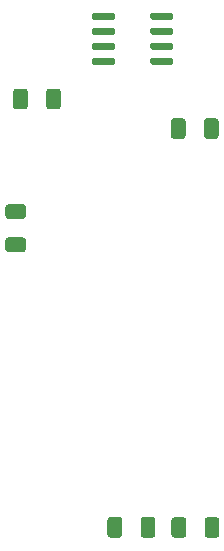
<source format=gbr>
G04 #@! TF.GenerationSoftware,KiCad,Pcbnew,5.1.8-db9833491~88~ubuntu18.04.1*
G04 #@! TF.CreationDate,2020-12-10T12:49:00+05:30*
G04 #@! TF.ProjectId,Permitme_main _sub_V1,5065726d-6974-46d6-955f-6d61696e205f,rev?*
G04 #@! TF.SameCoordinates,Original*
G04 #@! TF.FileFunction,Paste,Bot*
G04 #@! TF.FilePolarity,Positive*
%FSLAX46Y46*%
G04 Gerber Fmt 4.6, Leading zero omitted, Abs format (unit mm)*
G04 Created by KiCad (PCBNEW 5.1.8-db9833491~88~ubuntu18.04.1) date 2020-12-10 12:49:00*
%MOMM*%
%LPD*%
G01*
G04 APERTURE LIST*
G04 APERTURE END LIST*
G36*
G01*
X173305000Y-96975000D02*
X173305000Y-98225000D01*
G75*
G02*
X173055000Y-98475000I-250000J0D01*
G01*
X172305000Y-98475000D01*
G75*
G02*
X172055000Y-98225000I0J250000D01*
G01*
X172055000Y-96975000D01*
G75*
G02*
X172305000Y-96725000I250000J0D01*
G01*
X173055000Y-96725000D01*
G75*
G02*
X173305000Y-96975000I0J-250000D01*
G01*
G37*
G36*
G01*
X170505000Y-96975000D02*
X170505000Y-98225000D01*
G75*
G02*
X170255000Y-98475000I-250000J0D01*
G01*
X169505000Y-98475000D01*
G75*
G02*
X169255000Y-98225000I0J250000D01*
G01*
X169255000Y-96975000D01*
G75*
G02*
X169505000Y-96725000I250000J0D01*
G01*
X170255000Y-96725000D01*
G75*
G02*
X170505000Y-96975000I0J-250000D01*
G01*
G37*
G36*
G01*
X186719000Y-133247000D02*
X186719000Y-134497000D01*
G75*
G02*
X186469000Y-134747000I-250000J0D01*
G01*
X185719000Y-134747000D01*
G75*
G02*
X185469000Y-134497000I0J250000D01*
G01*
X185469000Y-133247000D01*
G75*
G02*
X185719000Y-132997000I250000J0D01*
G01*
X186469000Y-132997000D01*
G75*
G02*
X186719000Y-133247000I0J-250000D01*
G01*
G37*
G36*
G01*
X183919000Y-133247000D02*
X183919000Y-134497000D01*
G75*
G02*
X183669000Y-134747000I-250000J0D01*
G01*
X182919000Y-134747000D01*
G75*
G02*
X182669000Y-134497000I0J250000D01*
G01*
X182669000Y-133247000D01*
G75*
G02*
X182919000Y-132997000I250000J0D01*
G01*
X183669000Y-132997000D01*
G75*
G02*
X183919000Y-133247000I0J-250000D01*
G01*
G37*
G36*
G01*
X175925000Y-94560000D02*
X175925000Y-94260000D01*
G75*
G02*
X176075000Y-94110000I150000J0D01*
G01*
X177725000Y-94110000D01*
G75*
G02*
X177875000Y-94260000I0J-150000D01*
G01*
X177875000Y-94560000D01*
G75*
G02*
X177725000Y-94710000I-150000J0D01*
G01*
X176075000Y-94710000D01*
G75*
G02*
X175925000Y-94560000I0J150000D01*
G01*
G37*
G36*
G01*
X175925000Y-93290000D02*
X175925000Y-92990000D01*
G75*
G02*
X176075000Y-92840000I150000J0D01*
G01*
X177725000Y-92840000D01*
G75*
G02*
X177875000Y-92990000I0J-150000D01*
G01*
X177875000Y-93290000D01*
G75*
G02*
X177725000Y-93440000I-150000J0D01*
G01*
X176075000Y-93440000D01*
G75*
G02*
X175925000Y-93290000I0J150000D01*
G01*
G37*
G36*
G01*
X175925000Y-92020000D02*
X175925000Y-91720000D01*
G75*
G02*
X176075000Y-91570000I150000J0D01*
G01*
X177725000Y-91570000D01*
G75*
G02*
X177875000Y-91720000I0J-150000D01*
G01*
X177875000Y-92020000D01*
G75*
G02*
X177725000Y-92170000I-150000J0D01*
G01*
X176075000Y-92170000D01*
G75*
G02*
X175925000Y-92020000I0J150000D01*
G01*
G37*
G36*
G01*
X175925000Y-90750000D02*
X175925000Y-90450000D01*
G75*
G02*
X176075000Y-90300000I150000J0D01*
G01*
X177725000Y-90300000D01*
G75*
G02*
X177875000Y-90450000I0J-150000D01*
G01*
X177875000Y-90750000D01*
G75*
G02*
X177725000Y-90900000I-150000J0D01*
G01*
X176075000Y-90900000D01*
G75*
G02*
X175925000Y-90750000I0J150000D01*
G01*
G37*
G36*
G01*
X180875000Y-90750000D02*
X180875000Y-90450000D01*
G75*
G02*
X181025000Y-90300000I150000J0D01*
G01*
X182675000Y-90300000D01*
G75*
G02*
X182825000Y-90450000I0J-150000D01*
G01*
X182825000Y-90750000D01*
G75*
G02*
X182675000Y-90900000I-150000J0D01*
G01*
X181025000Y-90900000D01*
G75*
G02*
X180875000Y-90750000I0J150000D01*
G01*
G37*
G36*
G01*
X180875000Y-92020000D02*
X180875000Y-91720000D01*
G75*
G02*
X181025000Y-91570000I150000J0D01*
G01*
X182675000Y-91570000D01*
G75*
G02*
X182825000Y-91720000I0J-150000D01*
G01*
X182825000Y-92020000D01*
G75*
G02*
X182675000Y-92170000I-150000J0D01*
G01*
X181025000Y-92170000D01*
G75*
G02*
X180875000Y-92020000I0J150000D01*
G01*
G37*
G36*
G01*
X180875000Y-93290000D02*
X180875000Y-92990000D01*
G75*
G02*
X181025000Y-92840000I150000J0D01*
G01*
X182675000Y-92840000D01*
G75*
G02*
X182825000Y-92990000I0J-150000D01*
G01*
X182825000Y-93290000D01*
G75*
G02*
X182675000Y-93440000I-150000J0D01*
G01*
X181025000Y-93440000D01*
G75*
G02*
X180875000Y-93290000I0J150000D01*
G01*
G37*
G36*
G01*
X180875000Y-94560000D02*
X180875000Y-94260000D01*
G75*
G02*
X181025000Y-94110000I150000J0D01*
G01*
X182675000Y-94110000D01*
G75*
G02*
X182825000Y-94260000I0J-150000D01*
G01*
X182825000Y-94560000D01*
G75*
G02*
X182675000Y-94710000I-150000J0D01*
G01*
X181025000Y-94710000D01*
G75*
G02*
X180875000Y-94560000I0J150000D01*
G01*
G37*
G36*
G01*
X177249000Y-134477000D02*
X177249000Y-133227000D01*
G75*
G02*
X177499000Y-132977000I250000J0D01*
G01*
X178249000Y-132977000D01*
G75*
G02*
X178499000Y-133227000I0J-250000D01*
G01*
X178499000Y-134477000D01*
G75*
G02*
X178249000Y-134727000I-250000J0D01*
G01*
X177499000Y-134727000D01*
G75*
G02*
X177249000Y-134477000I0J250000D01*
G01*
G37*
G36*
G01*
X180049000Y-134477000D02*
X180049000Y-133227000D01*
G75*
G02*
X180299000Y-132977000I250000J0D01*
G01*
X181049000Y-132977000D01*
G75*
G02*
X181299000Y-133227000I0J-250000D01*
G01*
X181299000Y-134477000D01*
G75*
G02*
X181049000Y-134727000I-250000J0D01*
G01*
X180299000Y-134727000D01*
G75*
G02*
X180049000Y-134477000I0J250000D01*
G01*
G37*
G36*
G01*
X168855000Y-109305000D02*
X170105000Y-109305000D01*
G75*
G02*
X170355000Y-109555000I0J-250000D01*
G01*
X170355000Y-110305000D01*
G75*
G02*
X170105000Y-110555000I-250000J0D01*
G01*
X168855000Y-110555000D01*
G75*
G02*
X168605000Y-110305000I0J250000D01*
G01*
X168605000Y-109555000D01*
G75*
G02*
X168855000Y-109305000I250000J0D01*
G01*
G37*
G36*
G01*
X168855000Y-106505000D02*
X170105000Y-106505000D01*
G75*
G02*
X170355000Y-106755000I0J-250000D01*
G01*
X170355000Y-107505000D01*
G75*
G02*
X170105000Y-107755000I-250000J0D01*
G01*
X168855000Y-107755000D01*
G75*
G02*
X168605000Y-107505000I0J250000D01*
G01*
X168605000Y-106755000D01*
G75*
G02*
X168855000Y-106505000I250000J0D01*
G01*
G37*
G36*
G01*
X182615000Y-100715000D02*
X182615000Y-99465000D01*
G75*
G02*
X182865000Y-99215000I250000J0D01*
G01*
X183615000Y-99215000D01*
G75*
G02*
X183865000Y-99465000I0J-250000D01*
G01*
X183865000Y-100715000D01*
G75*
G02*
X183615000Y-100965000I-250000J0D01*
G01*
X182865000Y-100965000D01*
G75*
G02*
X182615000Y-100715000I0J250000D01*
G01*
G37*
G36*
G01*
X185415000Y-100715000D02*
X185415000Y-99465000D01*
G75*
G02*
X185665000Y-99215000I250000J0D01*
G01*
X186415000Y-99215000D01*
G75*
G02*
X186665000Y-99465000I0J-250000D01*
G01*
X186665000Y-100715000D01*
G75*
G02*
X186415000Y-100965000I-250000J0D01*
G01*
X185665000Y-100965000D01*
G75*
G02*
X185415000Y-100715000I0J250000D01*
G01*
G37*
M02*

</source>
